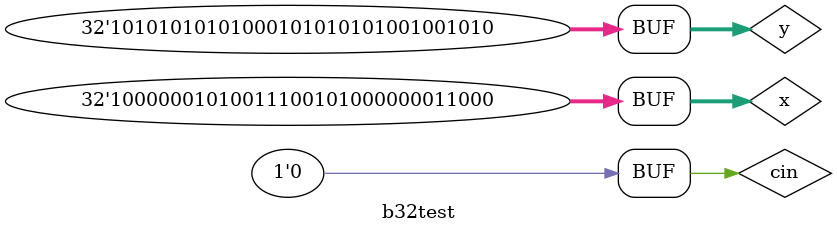
<source format=v>
module b32test;
	reg [31:0] x, y;
	reg cin;
	wire [31:0] out;
	wire cout;
	
	b32adder b1(x,y,cin,out,cout);
	initial
		begin
			$monitor("Time: %1d", $time, ", x: %32b, y: %32b, cin: %b, out: %32b, cout: %b", x,y,cin,out,cout);
			#0 x=32'b00000000000000000000000000000000; y=32'b10101010101010101010101010101010; cin=1'b1;
			#2 x=32'b10000001010011100101000000011000; y=32'b10101010101000101010101001001010; cin=1'b0;
		end
endmodule
</source>
